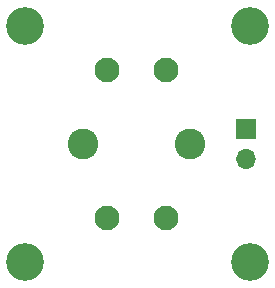
<source format=gbs>
%TF.GenerationSoftware,KiCad,Pcbnew,6.0.4-6f826c9f35~116~ubuntu20.04.1*%
%TF.CreationDate,2022-04-30T09:47:03-06:00*%
%TF.ProjectId,button-holder,62757474-6f6e-42d6-986f-6c6465722e6b,rev?*%
%TF.SameCoordinates,Original*%
%TF.FileFunction,Soldermask,Bot*%
%TF.FilePolarity,Negative*%
%FSLAX46Y46*%
G04 Gerber Fmt 4.6, Leading zero omitted, Abs format (unit mm)*
G04 Created by KiCad (PCBNEW 6.0.4-6f826c9f35~116~ubuntu20.04.1) date 2022-04-30 09:47:03*
%MOMM*%
%LPD*%
G01*
G04 APERTURE LIST*
%ADD10C,2.100000*%
%ADD11C,2.600000*%
%ADD12R,1.700000X1.700000*%
%ADD13O,1.700000X1.700000*%
%ADD14C,3.200000*%
G04 APERTURE END LIST*
D10*
%TO.C,SW1*%
X91900000Y-48750000D03*
X96900000Y-48750000D03*
X96900000Y-61250000D03*
X91900000Y-61250000D03*
D11*
X98900000Y-55000000D03*
X89900000Y-55000000D03*
%TD*%
D12*
%TO.C,J1*%
X103700000Y-53725000D03*
D13*
X103700000Y-56265000D03*
%TD*%
D14*
%TO.C,H1*%
X104000000Y-45000000D03*
%TD*%
%TO.C,H2*%
X85000000Y-45000000D03*
%TD*%
%TO.C,H4*%
X104000000Y-65000000D03*
%TD*%
%TO.C,H3*%
X85000000Y-65000000D03*
%TD*%
M02*

</source>
